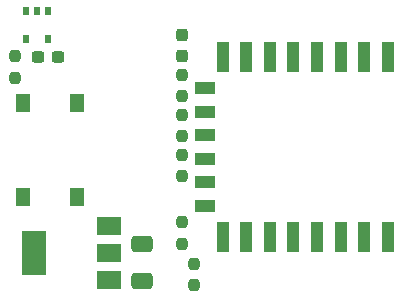
<source format=gbr>
%TF.GenerationSoftware,KiCad,Pcbnew,(6.0.9)*%
%TF.CreationDate,2022-12-13T11:25:14-05:00*%
%TF.ProjectId,ESP8266_Count,45535038-3236-4365-9f43-6f756e742e6b,v1*%
%TF.SameCoordinates,Original*%
%TF.FileFunction,Paste,Top*%
%TF.FilePolarity,Positive*%
%FSLAX46Y46*%
G04 Gerber Fmt 4.6, Leading zero omitted, Abs format (unit mm)*
G04 Created by KiCad (PCBNEW (6.0.9)) date 2022-12-13 11:25:14*
%MOMM*%
%LPD*%
G01*
G04 APERTURE LIST*
G04 Aperture macros list*
%AMRoundRect*
0 Rectangle with rounded corners*
0 $1 Rounding radius*
0 $2 $3 $4 $5 $6 $7 $8 $9 X,Y pos of 4 corners*
0 Add a 4 corners polygon primitive as box body*
4,1,4,$2,$3,$4,$5,$6,$7,$8,$9,$2,$3,0*
0 Add four circle primitives for the rounded corners*
1,1,$1+$1,$2,$3*
1,1,$1+$1,$4,$5*
1,1,$1+$1,$6,$7*
1,1,$1+$1,$8,$9*
0 Add four rect primitives between the rounded corners*
20,1,$1+$1,$2,$3,$4,$5,0*
20,1,$1+$1,$4,$5,$6,$7,0*
20,1,$1+$1,$6,$7,$8,$9,0*
20,1,$1+$1,$8,$9,$2,$3,0*%
G04 Aperture macros list end*
%ADD10RoundRect,0.237500X-0.237500X0.250000X-0.237500X-0.250000X0.237500X-0.250000X0.237500X0.250000X0*%
%ADD11RoundRect,0.237500X0.237500X-0.300000X0.237500X0.300000X-0.237500X0.300000X-0.237500X-0.300000X0*%
%ADD12R,1.000000X2.500000*%
%ADD13R,1.800000X1.000000*%
%ADD14RoundRect,0.237500X-0.300000X-0.237500X0.300000X-0.237500X0.300000X0.237500X-0.300000X0.237500X0*%
%ADD15R,0.510000X0.700000*%
%ADD16RoundRect,0.237500X0.237500X-0.250000X0.237500X0.250000X-0.237500X0.250000X-0.237500X-0.250000X0*%
%ADD17R,1.300000X1.550000*%
%ADD18RoundRect,0.250000X-0.650000X0.412500X-0.650000X-0.412500X0.650000X-0.412500X0.650000X0.412500X0*%
%ADD19R,2.000000X1.500000*%
%ADD20R,2.000000X3.800000*%
G04 APERTURE END LIST*
D10*
%TO.C,R6*%
X135250000Y-72187500D03*
X135250000Y-74012500D03*
%TD*%
D11*
%TO.C,C4*%
X135250000Y-63775000D03*
X135250000Y-62050000D03*
%TD*%
D12*
%TO.C,U3*%
X152700000Y-63912500D03*
X150700000Y-63912500D03*
X148700000Y-63912500D03*
X146700000Y-63912500D03*
X144700000Y-63912500D03*
X142700000Y-63912500D03*
X140700000Y-63912500D03*
X138700000Y-63912500D03*
D13*
X137200000Y-66512500D03*
X137200000Y-68512500D03*
X137200000Y-70512500D03*
X137200000Y-72512500D03*
X137200000Y-74512500D03*
X137200000Y-76512500D03*
D12*
X138700000Y-79112500D03*
X140700000Y-79112500D03*
X142700000Y-79112500D03*
X144700000Y-79112500D03*
X146700000Y-79112500D03*
X148700000Y-79112500D03*
X150700000Y-79112500D03*
X152700000Y-79112500D03*
%TD*%
D14*
%TO.C,C5*%
X123037500Y-63900000D03*
X124762500Y-63900000D03*
%TD*%
D15*
%TO.C,U4*%
X123950000Y-60040000D03*
X123000000Y-60040000D03*
X122050000Y-60040000D03*
X122050000Y-62360000D03*
X123950000Y-62360000D03*
%TD*%
D16*
%TO.C,R5*%
X135300000Y-79712500D03*
X135300000Y-77887500D03*
%TD*%
D10*
%TO.C,R3*%
X135250000Y-68787500D03*
X135250000Y-70612500D03*
%TD*%
D17*
%TO.C,SW1*%
X126350000Y-67825000D03*
X126350000Y-75775000D03*
X121850000Y-75775000D03*
X121850000Y-67825000D03*
%TD*%
D18*
%TO.C,C1*%
X131900000Y-79712500D03*
X131900000Y-82837500D03*
%TD*%
D19*
%TO.C,U1*%
X129050000Y-82800000D03*
X129050000Y-80500000D03*
D20*
X122750000Y-80500000D03*
D19*
X129050000Y-78200000D03*
%TD*%
D16*
%TO.C,R7*%
X121150000Y-65662500D03*
X121150000Y-63837500D03*
%TD*%
D10*
%TO.C,R2*%
X135250000Y-65387500D03*
X135250000Y-67212500D03*
%TD*%
D16*
%TO.C,R4*%
X136300000Y-83212500D03*
X136300000Y-81387500D03*
%TD*%
M02*

</source>
